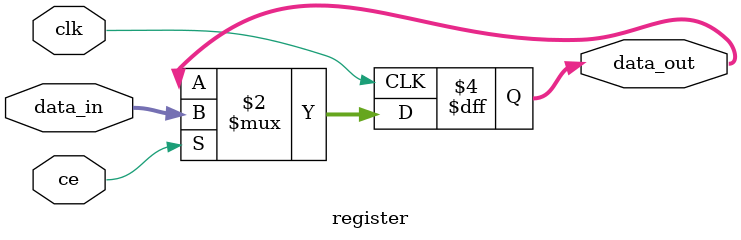
<source format=v>
module register(
    input ce,
    input clk,
    input [7:0] data_in,
    output reg [7:0] data_out
);

always @(posedge clk)
begin
    if(ce)
    begin
        data_out <= data_in;
    end
    
end

endmodule
</source>
